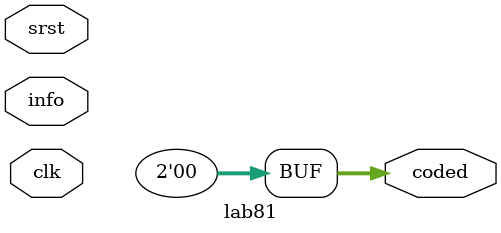
<source format=sv>
module lab81(
    input logic clk,           // Âõîä òàêòîâîãî ñèãíàëà
    input logic srst,          // Âõîä ñèãíàëà ñáðîñà
    input logic info,          // Âõîä èíôîðìàöèîííîãî áèòà
    output logic [1:0] coded   // Äâóõðàçðÿäíûé âûõîä äëÿ êîäèðîâàííîé ïîñëåäîâàòåëüíîñòè
);

    typedef enum logic [1:0] {
        s00, s01, s10, s11     
    } t_state;
    assign coded[1:0] = 2'b00;
    t_state state = s00, nextstate; 
    always_comb begin
     nextstate=state;
        case(state)
            s00: nextstate = (info == 1'b0) ? s00 : s10;
            s01: nextstate = (info == 1'b0) ? s00 : s10;
            s10: nextstate = (info == 1'b0) ? s01 : s11;
            s11: nextstate = (info == 1'b0) ? s01 : s11;
            default: nextstate = s00;
        endcase
    end

    always_ff @(posedge clk) begin
        if (srst) begin
            state <= s00;        
            //coded <= 2'b00;     
        end else begin
        state <= nextstate;
         case(state)
            s00: coded <= (info == 1'b0) ? 2'b00 : 2'b11;
            s01: coded <= (info == 1'b0) ? 2'b11 : 2'b00;
            s10: coded <= (info == 1'b0) ? 2'b10 : 2'b01;
            s11: coded <= (info == 1'b0) ? 2'b01 : 2'b10;
            default: coded = 2'b00;
        endcase 
        end
    end

endmodule

</source>
